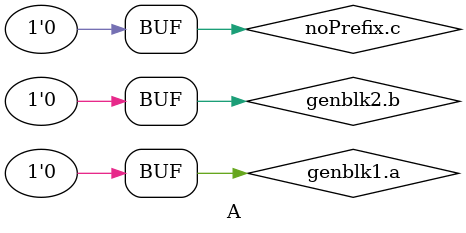
<source format=sv>
module A;
generate case (2'd0)
  2'd1:     wire a = 1'b0; // nondefaultNoBegin
  default:  wire a = 1'b0; // defaultNoBegin
endcase endgenerate
generate case (2'd1)
  2'd1:     begin wire b = 1'b0; end // nondefaultNoLabel
  default:  begin wire b = 1'b0; end // defaultNoLabel
endcase endgenerate
generate case (2'd2)
  2'd1:     begin: nondefaultNoPrefix wire c = 1'b0; end
  default:  begin: noPrefix           wire c = 1'b0; end
endcase endgenerate
endmodule

</source>
